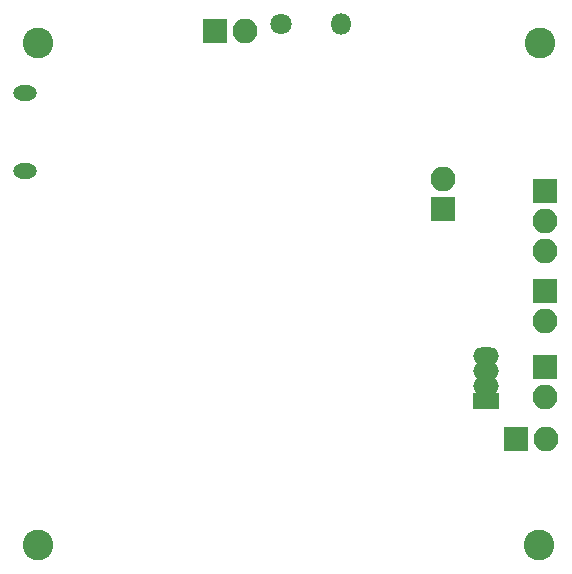
<source format=gbr>
G04 #@! TF.FileFunction,Soldermask,Bot*
%FSLAX46Y46*%
G04 Gerber Fmt 4.6, Leading zero omitted, Abs format (unit mm)*
G04 Created by KiCad (PCBNEW 4.0.6) date 03/11/18 13:26:34*
%MOMM*%
%LPD*%
G01*
G04 APERTURE LIST*
%ADD10C,0.100000*%
%ADD11C,2.600000*%
%ADD12R,2.100000X2.100000*%
%ADD13O,2.100000X2.100000*%
%ADD14R,2.200000X1.470000*%
%ADD15O,2.200000X1.470000*%
%ADD16O,2.000000X1.300000*%
%ADD17C,1.800000*%
%ADD18O,1.800000X1.800000*%
G04 APERTURE END LIST*
D10*
D11*
X69500000Y-62000000D03*
X111980000Y-104500000D03*
X69550000Y-104500000D03*
D12*
X84500000Y-61000000D03*
D13*
X87040000Y-61000000D03*
D14*
X107500000Y-92270000D03*
D15*
X107500000Y-91000000D03*
X107500000Y-89730000D03*
X107500000Y-88460000D03*
D12*
X112500000Y-83000000D03*
D13*
X112500000Y-85540000D03*
D12*
X112500000Y-89460000D03*
D13*
X112500000Y-92000000D03*
D12*
X110000000Y-95500000D03*
D13*
X112540000Y-95500000D03*
D16*
X68475000Y-66200000D03*
X68475000Y-72800000D03*
D12*
X103800000Y-76040000D03*
D13*
X103800000Y-73500000D03*
D12*
X112500000Y-74500000D03*
D13*
X112500000Y-77040000D03*
X112500000Y-79580000D03*
D17*
X90150000Y-60400000D03*
D18*
X95230000Y-60400000D03*
D11*
X112000000Y-62000000D03*
M02*

</source>
